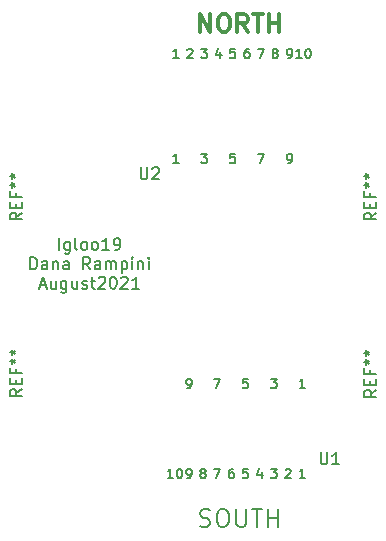
<source format=gbr>
G04 #@! TF.GenerationSoftware,KiCad,Pcbnew,(5.1.0)-1*
G04 #@! TF.CreationDate,2021-08-05T13:01:27-06:00*
G04 #@! TF.ProjectId,_autosave-Igloo19,5f617574-6f73-4617-9665-2d49676c6f6f,rev?*
G04 #@! TF.SameCoordinates,Original*
G04 #@! TF.FileFunction,Legend,Top*
G04 #@! TF.FilePolarity,Positive*
%FSLAX46Y46*%
G04 Gerber Fmt 4.6, Leading zero omitted, Abs format (unit mm)*
G04 Created by KiCad (PCBNEW (5.1.0)-1) date 2021-08-05 13:01:27*
%MOMM*%
%LPD*%
G04 APERTURE LIST*
%ADD10C,0.150000*%
%ADD11C,0.200000*%
%ADD12C,0.300000*%
G04 APERTURE END LIST*
D10*
X163798571Y-73732380D02*
X163798571Y-72732380D01*
X164703333Y-73065714D02*
X164703333Y-73875238D01*
X164655714Y-73970476D01*
X164608095Y-74018095D01*
X164512857Y-74065714D01*
X164370000Y-74065714D01*
X164274761Y-74018095D01*
X164703333Y-73684761D02*
X164608095Y-73732380D01*
X164417619Y-73732380D01*
X164322380Y-73684761D01*
X164274761Y-73637142D01*
X164227142Y-73541904D01*
X164227142Y-73256190D01*
X164274761Y-73160952D01*
X164322380Y-73113333D01*
X164417619Y-73065714D01*
X164608095Y-73065714D01*
X164703333Y-73113333D01*
X165322380Y-73732380D02*
X165227142Y-73684761D01*
X165179523Y-73589523D01*
X165179523Y-72732380D01*
X165846190Y-73732380D02*
X165750952Y-73684761D01*
X165703333Y-73637142D01*
X165655714Y-73541904D01*
X165655714Y-73256190D01*
X165703333Y-73160952D01*
X165750952Y-73113333D01*
X165846190Y-73065714D01*
X165989047Y-73065714D01*
X166084285Y-73113333D01*
X166131904Y-73160952D01*
X166179523Y-73256190D01*
X166179523Y-73541904D01*
X166131904Y-73637142D01*
X166084285Y-73684761D01*
X165989047Y-73732380D01*
X165846190Y-73732380D01*
X166750952Y-73732380D02*
X166655714Y-73684761D01*
X166608095Y-73637142D01*
X166560476Y-73541904D01*
X166560476Y-73256190D01*
X166608095Y-73160952D01*
X166655714Y-73113333D01*
X166750952Y-73065714D01*
X166893809Y-73065714D01*
X166989047Y-73113333D01*
X167036666Y-73160952D01*
X167084285Y-73256190D01*
X167084285Y-73541904D01*
X167036666Y-73637142D01*
X166989047Y-73684761D01*
X166893809Y-73732380D01*
X166750952Y-73732380D01*
X168036666Y-73732380D02*
X167465238Y-73732380D01*
X167750952Y-73732380D02*
X167750952Y-72732380D01*
X167655714Y-72875238D01*
X167560476Y-72970476D01*
X167465238Y-73018095D01*
X168512857Y-73732380D02*
X168703333Y-73732380D01*
X168798571Y-73684761D01*
X168846190Y-73637142D01*
X168941428Y-73494285D01*
X168989047Y-73303809D01*
X168989047Y-72922857D01*
X168941428Y-72827619D01*
X168893809Y-72780000D01*
X168798571Y-72732380D01*
X168608095Y-72732380D01*
X168512857Y-72780000D01*
X168465238Y-72827619D01*
X168417619Y-72922857D01*
X168417619Y-73160952D01*
X168465238Y-73256190D01*
X168512857Y-73303809D01*
X168608095Y-73351428D01*
X168798571Y-73351428D01*
X168893809Y-73303809D01*
X168941428Y-73256190D01*
X168989047Y-73160952D01*
X161370000Y-75382380D02*
X161370000Y-74382380D01*
X161608095Y-74382380D01*
X161750952Y-74430000D01*
X161846190Y-74525238D01*
X161893809Y-74620476D01*
X161941428Y-74810952D01*
X161941428Y-74953809D01*
X161893809Y-75144285D01*
X161846190Y-75239523D01*
X161750952Y-75334761D01*
X161608095Y-75382380D01*
X161370000Y-75382380D01*
X162798571Y-75382380D02*
X162798571Y-74858571D01*
X162750952Y-74763333D01*
X162655714Y-74715714D01*
X162465238Y-74715714D01*
X162370000Y-74763333D01*
X162798571Y-75334761D02*
X162703333Y-75382380D01*
X162465238Y-75382380D01*
X162370000Y-75334761D01*
X162322380Y-75239523D01*
X162322380Y-75144285D01*
X162370000Y-75049047D01*
X162465238Y-75001428D01*
X162703333Y-75001428D01*
X162798571Y-74953809D01*
X163274761Y-74715714D02*
X163274761Y-75382380D01*
X163274761Y-74810952D02*
X163322380Y-74763333D01*
X163417619Y-74715714D01*
X163560476Y-74715714D01*
X163655714Y-74763333D01*
X163703333Y-74858571D01*
X163703333Y-75382380D01*
X164608095Y-75382380D02*
X164608095Y-74858571D01*
X164560476Y-74763333D01*
X164465238Y-74715714D01*
X164274761Y-74715714D01*
X164179523Y-74763333D01*
X164608095Y-75334761D02*
X164512857Y-75382380D01*
X164274761Y-75382380D01*
X164179523Y-75334761D01*
X164131904Y-75239523D01*
X164131904Y-75144285D01*
X164179523Y-75049047D01*
X164274761Y-75001428D01*
X164512857Y-75001428D01*
X164608095Y-74953809D01*
X166417619Y-75382380D02*
X166084285Y-74906190D01*
X165846190Y-75382380D02*
X165846190Y-74382380D01*
X166227142Y-74382380D01*
X166322380Y-74430000D01*
X166370000Y-74477619D01*
X166417619Y-74572857D01*
X166417619Y-74715714D01*
X166370000Y-74810952D01*
X166322380Y-74858571D01*
X166227142Y-74906190D01*
X165846190Y-74906190D01*
X167274761Y-75382380D02*
X167274761Y-74858571D01*
X167227142Y-74763333D01*
X167131904Y-74715714D01*
X166941428Y-74715714D01*
X166846190Y-74763333D01*
X167274761Y-75334761D02*
X167179523Y-75382380D01*
X166941428Y-75382380D01*
X166846190Y-75334761D01*
X166798571Y-75239523D01*
X166798571Y-75144285D01*
X166846190Y-75049047D01*
X166941428Y-75001428D01*
X167179523Y-75001428D01*
X167274761Y-74953809D01*
X167750952Y-75382380D02*
X167750952Y-74715714D01*
X167750952Y-74810952D02*
X167798571Y-74763333D01*
X167893809Y-74715714D01*
X168036666Y-74715714D01*
X168131904Y-74763333D01*
X168179523Y-74858571D01*
X168179523Y-75382380D01*
X168179523Y-74858571D02*
X168227142Y-74763333D01*
X168322380Y-74715714D01*
X168465238Y-74715714D01*
X168560476Y-74763333D01*
X168608095Y-74858571D01*
X168608095Y-75382380D01*
X169084285Y-74715714D02*
X169084285Y-75715714D01*
X169084285Y-74763333D02*
X169179523Y-74715714D01*
X169370000Y-74715714D01*
X169465238Y-74763333D01*
X169512857Y-74810952D01*
X169560476Y-74906190D01*
X169560476Y-75191904D01*
X169512857Y-75287142D01*
X169465238Y-75334761D01*
X169370000Y-75382380D01*
X169179523Y-75382380D01*
X169084285Y-75334761D01*
X169989047Y-75382380D02*
X169989047Y-74715714D01*
X169989047Y-74382380D02*
X169941428Y-74430000D01*
X169989047Y-74477619D01*
X170036666Y-74430000D01*
X169989047Y-74382380D01*
X169989047Y-74477619D01*
X170465238Y-74715714D02*
X170465238Y-75382380D01*
X170465238Y-74810952D02*
X170512857Y-74763333D01*
X170608095Y-74715714D01*
X170750952Y-74715714D01*
X170846190Y-74763333D01*
X170893809Y-74858571D01*
X170893809Y-75382380D01*
X171370000Y-75382380D02*
X171370000Y-74715714D01*
X171370000Y-74382380D02*
X171322380Y-74430000D01*
X171370000Y-74477619D01*
X171417619Y-74430000D01*
X171370000Y-74382380D01*
X171370000Y-74477619D01*
X162179523Y-76746666D02*
X162655714Y-76746666D01*
X162084285Y-77032380D02*
X162417619Y-76032380D01*
X162750952Y-77032380D01*
X163512857Y-76365714D02*
X163512857Y-77032380D01*
X163084285Y-76365714D02*
X163084285Y-76889523D01*
X163131904Y-76984761D01*
X163227142Y-77032380D01*
X163370000Y-77032380D01*
X163465238Y-76984761D01*
X163512857Y-76937142D01*
X164417619Y-76365714D02*
X164417619Y-77175238D01*
X164370000Y-77270476D01*
X164322380Y-77318095D01*
X164227142Y-77365714D01*
X164084285Y-77365714D01*
X163989047Y-77318095D01*
X164417619Y-76984761D02*
X164322380Y-77032380D01*
X164131904Y-77032380D01*
X164036666Y-76984761D01*
X163989047Y-76937142D01*
X163941428Y-76841904D01*
X163941428Y-76556190D01*
X163989047Y-76460952D01*
X164036666Y-76413333D01*
X164131904Y-76365714D01*
X164322380Y-76365714D01*
X164417619Y-76413333D01*
X165322380Y-76365714D02*
X165322380Y-77032380D01*
X164893809Y-76365714D02*
X164893809Y-76889523D01*
X164941428Y-76984761D01*
X165036666Y-77032380D01*
X165179523Y-77032380D01*
X165274761Y-76984761D01*
X165322380Y-76937142D01*
X165750952Y-76984761D02*
X165846190Y-77032380D01*
X166036666Y-77032380D01*
X166131904Y-76984761D01*
X166179523Y-76889523D01*
X166179523Y-76841904D01*
X166131904Y-76746666D01*
X166036666Y-76699047D01*
X165893809Y-76699047D01*
X165798571Y-76651428D01*
X165750952Y-76556190D01*
X165750952Y-76508571D01*
X165798571Y-76413333D01*
X165893809Y-76365714D01*
X166036666Y-76365714D01*
X166131904Y-76413333D01*
X166465238Y-76365714D02*
X166846190Y-76365714D01*
X166608095Y-76032380D02*
X166608095Y-76889523D01*
X166655714Y-76984761D01*
X166750952Y-77032380D01*
X166846190Y-77032380D01*
X167131904Y-76127619D02*
X167179523Y-76080000D01*
X167274761Y-76032380D01*
X167512857Y-76032380D01*
X167608095Y-76080000D01*
X167655714Y-76127619D01*
X167703333Y-76222857D01*
X167703333Y-76318095D01*
X167655714Y-76460952D01*
X167084285Y-77032380D01*
X167703333Y-77032380D01*
X168322380Y-76032380D02*
X168417619Y-76032380D01*
X168512857Y-76080000D01*
X168560476Y-76127619D01*
X168608095Y-76222857D01*
X168655714Y-76413333D01*
X168655714Y-76651428D01*
X168608095Y-76841904D01*
X168560476Y-76937142D01*
X168512857Y-76984761D01*
X168417619Y-77032380D01*
X168322380Y-77032380D01*
X168227142Y-76984761D01*
X168179523Y-76937142D01*
X168131904Y-76841904D01*
X168084285Y-76651428D01*
X168084285Y-76413333D01*
X168131904Y-76222857D01*
X168179523Y-76127619D01*
X168227142Y-76080000D01*
X168322380Y-76032380D01*
X169036666Y-76127619D02*
X169084285Y-76080000D01*
X169179523Y-76032380D01*
X169417619Y-76032380D01*
X169512857Y-76080000D01*
X169560476Y-76127619D01*
X169608095Y-76222857D01*
X169608095Y-76318095D01*
X169560476Y-76460952D01*
X168989047Y-77032380D01*
X169608095Y-77032380D01*
X170560476Y-77032380D02*
X169989047Y-77032380D01*
X170274761Y-77032380D02*
X170274761Y-76032380D01*
X170179523Y-76175238D01*
X170084285Y-76270476D01*
X169989047Y-76318095D01*
X179780476Y-84651904D02*
X179399523Y-84651904D01*
X179361428Y-85032857D01*
X179399523Y-84994761D01*
X179475714Y-84956666D01*
X179666190Y-84956666D01*
X179742380Y-84994761D01*
X179780476Y-85032857D01*
X179818571Y-85109047D01*
X179818571Y-85299523D01*
X179780476Y-85375714D01*
X179742380Y-85413809D01*
X179666190Y-85451904D01*
X179475714Y-85451904D01*
X179399523Y-85413809D01*
X179361428Y-85375714D01*
X184618571Y-85451904D02*
X184161428Y-85451904D01*
X184390000Y-85451904D02*
X184390000Y-84651904D01*
X184313809Y-84766190D01*
X184237619Y-84842380D01*
X184161428Y-84880476D01*
X176923333Y-84651904D02*
X177456666Y-84651904D01*
X177113809Y-85451904D01*
X181723333Y-84651904D02*
X182218571Y-84651904D01*
X181951904Y-84956666D01*
X182066190Y-84956666D01*
X182142380Y-84994761D01*
X182180476Y-85032857D01*
X182218571Y-85109047D01*
X182218571Y-85299523D01*
X182180476Y-85375714D01*
X182142380Y-85413809D01*
X182066190Y-85451904D01*
X181837619Y-85451904D01*
X181761428Y-85413809D01*
X181723333Y-85375714D01*
X174637619Y-85451904D02*
X174790000Y-85451904D01*
X174866190Y-85413809D01*
X174904285Y-85375714D01*
X174980476Y-85261428D01*
X175018571Y-85109047D01*
X175018571Y-84804285D01*
X174980476Y-84728095D01*
X174942380Y-84690000D01*
X174866190Y-84651904D01*
X174713809Y-84651904D01*
X174637619Y-84690000D01*
X174599523Y-84728095D01*
X174561428Y-84804285D01*
X174561428Y-84994761D01*
X174599523Y-85070952D01*
X174637619Y-85109047D01*
X174713809Y-85147142D01*
X174866190Y-85147142D01*
X174942380Y-85109047D01*
X174980476Y-85070952D01*
X175018571Y-84994761D01*
X182961428Y-92348095D02*
X182999523Y-92310000D01*
X183075714Y-92271904D01*
X183266190Y-92271904D01*
X183342380Y-92310000D01*
X183380476Y-92348095D01*
X183418571Y-92424285D01*
X183418571Y-92500476D01*
X183380476Y-92614761D01*
X182923333Y-93071904D01*
X183418571Y-93071904D01*
X180942380Y-92538571D02*
X180942380Y-93071904D01*
X180751904Y-92233809D02*
X180561428Y-92805238D01*
X181056666Y-92805238D01*
X176923333Y-92271904D02*
X177456666Y-92271904D01*
X177113809Y-93071904D01*
X175913809Y-92614761D02*
X175837619Y-92576666D01*
X175799523Y-92538571D01*
X175761428Y-92462380D01*
X175761428Y-92424285D01*
X175799523Y-92348095D01*
X175837619Y-92310000D01*
X175913809Y-92271904D01*
X176066190Y-92271904D01*
X176142380Y-92310000D01*
X176180476Y-92348095D01*
X176218571Y-92424285D01*
X176218571Y-92462380D01*
X176180476Y-92538571D01*
X176142380Y-92576666D01*
X176066190Y-92614761D01*
X175913809Y-92614761D01*
X175837619Y-92652857D01*
X175799523Y-92690952D01*
X175761428Y-92767142D01*
X175761428Y-92919523D01*
X175799523Y-92995714D01*
X175837619Y-93033809D01*
X175913809Y-93071904D01*
X176066190Y-93071904D01*
X176142380Y-93033809D01*
X176180476Y-92995714D01*
X176218571Y-92919523D01*
X176218571Y-92767142D01*
X176180476Y-92690952D01*
X176142380Y-92652857D01*
X176066190Y-92614761D01*
X178542380Y-92271904D02*
X178390000Y-92271904D01*
X178313809Y-92310000D01*
X178275714Y-92348095D01*
X178199523Y-92462380D01*
X178161428Y-92614761D01*
X178161428Y-92919523D01*
X178199523Y-92995714D01*
X178237619Y-93033809D01*
X178313809Y-93071904D01*
X178466190Y-93071904D01*
X178542380Y-93033809D01*
X178580476Y-92995714D01*
X178618571Y-92919523D01*
X178618571Y-92729047D01*
X178580476Y-92652857D01*
X178542380Y-92614761D01*
X178466190Y-92576666D01*
X178313809Y-92576666D01*
X178237619Y-92614761D01*
X178199523Y-92652857D01*
X178161428Y-92729047D01*
X179780476Y-92271904D02*
X179399523Y-92271904D01*
X179361428Y-92652857D01*
X179399523Y-92614761D01*
X179475714Y-92576666D01*
X179666190Y-92576666D01*
X179742380Y-92614761D01*
X179780476Y-92652857D01*
X179818571Y-92729047D01*
X179818571Y-92919523D01*
X179780476Y-92995714D01*
X179742380Y-93033809D01*
X179666190Y-93071904D01*
X179475714Y-93071904D01*
X179399523Y-93033809D01*
X179361428Y-92995714D01*
X173437619Y-93071904D02*
X172980476Y-93071904D01*
X173209047Y-93071904D02*
X173209047Y-92271904D01*
X173132857Y-92386190D01*
X173056666Y-92462380D01*
X172980476Y-92500476D01*
X173932857Y-92271904D02*
X174009047Y-92271904D01*
X174085238Y-92310000D01*
X174123333Y-92348095D01*
X174161428Y-92424285D01*
X174199523Y-92576666D01*
X174199523Y-92767142D01*
X174161428Y-92919523D01*
X174123333Y-92995714D01*
X174085238Y-93033809D01*
X174009047Y-93071904D01*
X173932857Y-93071904D01*
X173856666Y-93033809D01*
X173818571Y-92995714D01*
X173780476Y-92919523D01*
X173742380Y-92767142D01*
X173742380Y-92576666D01*
X173780476Y-92424285D01*
X173818571Y-92348095D01*
X173856666Y-92310000D01*
X173932857Y-92271904D01*
X181723333Y-92271904D02*
X182218571Y-92271904D01*
X181951904Y-92576666D01*
X182066190Y-92576666D01*
X182142380Y-92614761D01*
X182180476Y-92652857D01*
X182218571Y-92729047D01*
X182218571Y-92919523D01*
X182180476Y-92995714D01*
X182142380Y-93033809D01*
X182066190Y-93071904D01*
X181837619Y-93071904D01*
X181761428Y-93033809D01*
X181723333Y-92995714D01*
X184618571Y-93071904D02*
X184161428Y-93071904D01*
X184390000Y-93071904D02*
X184390000Y-92271904D01*
X184313809Y-92386190D01*
X184237619Y-92462380D01*
X184161428Y-92500476D01*
X174637619Y-93071904D02*
X174790000Y-93071904D01*
X174866190Y-93033809D01*
X174904285Y-92995714D01*
X174980476Y-92881428D01*
X175018571Y-92729047D01*
X175018571Y-92424285D01*
X174980476Y-92348095D01*
X174942380Y-92310000D01*
X174866190Y-92271904D01*
X174713809Y-92271904D01*
X174637619Y-92310000D01*
X174599523Y-92348095D01*
X174561428Y-92424285D01*
X174561428Y-92614761D01*
X174599523Y-92690952D01*
X174637619Y-92729047D01*
X174713809Y-92767142D01*
X174866190Y-92767142D01*
X174942380Y-92729047D01*
X174980476Y-92690952D01*
X175018571Y-92614761D01*
X183137619Y-66401904D02*
X183290000Y-66401904D01*
X183366190Y-66363809D01*
X183404285Y-66325714D01*
X183480476Y-66211428D01*
X183518571Y-66059047D01*
X183518571Y-65754285D01*
X183480476Y-65678095D01*
X183442380Y-65640000D01*
X183366190Y-65601904D01*
X183213809Y-65601904D01*
X183137619Y-65640000D01*
X183099523Y-65678095D01*
X183061428Y-65754285D01*
X183061428Y-65944761D01*
X183099523Y-66020952D01*
X183137619Y-66059047D01*
X183213809Y-66097142D01*
X183366190Y-66097142D01*
X183442380Y-66059047D01*
X183480476Y-66020952D01*
X183518571Y-65944761D01*
X180623333Y-65601904D02*
X181156666Y-65601904D01*
X180813809Y-66401904D01*
X175823333Y-65601904D02*
X176318571Y-65601904D01*
X176051904Y-65906666D01*
X176166190Y-65906666D01*
X176242380Y-65944761D01*
X176280476Y-65982857D01*
X176318571Y-66059047D01*
X176318571Y-66249523D01*
X176280476Y-66325714D01*
X176242380Y-66363809D01*
X176166190Y-66401904D01*
X175937619Y-66401904D01*
X175861428Y-66363809D01*
X175823333Y-66325714D01*
X178680476Y-65601904D02*
X178299523Y-65601904D01*
X178261428Y-65982857D01*
X178299523Y-65944761D01*
X178375714Y-65906666D01*
X178566190Y-65906666D01*
X178642380Y-65944761D01*
X178680476Y-65982857D01*
X178718571Y-66059047D01*
X178718571Y-66249523D01*
X178680476Y-66325714D01*
X178642380Y-66363809D01*
X178566190Y-66401904D01*
X178375714Y-66401904D01*
X178299523Y-66363809D01*
X178261428Y-66325714D01*
X173918571Y-66401904D02*
X173461428Y-66401904D01*
X173690000Y-66401904D02*
X173690000Y-65601904D01*
X173613809Y-65716190D01*
X173537619Y-65792380D01*
X173461428Y-65830476D01*
X184337619Y-57511904D02*
X183880476Y-57511904D01*
X184109047Y-57511904D02*
X184109047Y-56711904D01*
X184032857Y-56826190D01*
X183956666Y-56902380D01*
X183880476Y-56940476D01*
X184832857Y-56711904D02*
X184909047Y-56711904D01*
X184985238Y-56750000D01*
X185023333Y-56788095D01*
X185061428Y-56864285D01*
X185099523Y-57016666D01*
X185099523Y-57207142D01*
X185061428Y-57359523D01*
X185023333Y-57435714D01*
X184985238Y-57473809D01*
X184909047Y-57511904D01*
X184832857Y-57511904D01*
X184756666Y-57473809D01*
X184718571Y-57435714D01*
X184680476Y-57359523D01*
X184642380Y-57207142D01*
X184642380Y-57016666D01*
X184680476Y-56864285D01*
X184718571Y-56788095D01*
X184756666Y-56750000D01*
X184832857Y-56711904D01*
X183137619Y-57511904D02*
X183290000Y-57511904D01*
X183366190Y-57473809D01*
X183404285Y-57435714D01*
X183480476Y-57321428D01*
X183518571Y-57169047D01*
X183518571Y-56864285D01*
X183480476Y-56788095D01*
X183442380Y-56750000D01*
X183366190Y-56711904D01*
X183213809Y-56711904D01*
X183137619Y-56750000D01*
X183099523Y-56788095D01*
X183061428Y-56864285D01*
X183061428Y-57054761D01*
X183099523Y-57130952D01*
X183137619Y-57169047D01*
X183213809Y-57207142D01*
X183366190Y-57207142D01*
X183442380Y-57169047D01*
X183480476Y-57130952D01*
X183518571Y-57054761D01*
X182013809Y-57054761D02*
X181937619Y-57016666D01*
X181899523Y-56978571D01*
X181861428Y-56902380D01*
X181861428Y-56864285D01*
X181899523Y-56788095D01*
X181937619Y-56750000D01*
X182013809Y-56711904D01*
X182166190Y-56711904D01*
X182242380Y-56750000D01*
X182280476Y-56788095D01*
X182318571Y-56864285D01*
X182318571Y-56902380D01*
X182280476Y-56978571D01*
X182242380Y-57016666D01*
X182166190Y-57054761D01*
X182013809Y-57054761D01*
X181937619Y-57092857D01*
X181899523Y-57130952D01*
X181861428Y-57207142D01*
X181861428Y-57359523D01*
X181899523Y-57435714D01*
X181937619Y-57473809D01*
X182013809Y-57511904D01*
X182166190Y-57511904D01*
X182242380Y-57473809D01*
X182280476Y-57435714D01*
X182318571Y-57359523D01*
X182318571Y-57207142D01*
X182280476Y-57130952D01*
X182242380Y-57092857D01*
X182166190Y-57054761D01*
X180623333Y-56711904D02*
X181156666Y-56711904D01*
X180813809Y-57511904D01*
X179842380Y-56711904D02*
X179690000Y-56711904D01*
X179613809Y-56750000D01*
X179575714Y-56788095D01*
X179499523Y-56902380D01*
X179461428Y-57054761D01*
X179461428Y-57359523D01*
X179499523Y-57435714D01*
X179537619Y-57473809D01*
X179613809Y-57511904D01*
X179766190Y-57511904D01*
X179842380Y-57473809D01*
X179880476Y-57435714D01*
X179918571Y-57359523D01*
X179918571Y-57169047D01*
X179880476Y-57092857D01*
X179842380Y-57054761D01*
X179766190Y-57016666D01*
X179613809Y-57016666D01*
X179537619Y-57054761D01*
X179499523Y-57092857D01*
X179461428Y-57169047D01*
X178680476Y-56711904D02*
X178299523Y-56711904D01*
X178261428Y-57092857D01*
X178299523Y-57054761D01*
X178375714Y-57016666D01*
X178566190Y-57016666D01*
X178642380Y-57054761D01*
X178680476Y-57092857D01*
X178718571Y-57169047D01*
X178718571Y-57359523D01*
X178680476Y-57435714D01*
X178642380Y-57473809D01*
X178566190Y-57511904D01*
X178375714Y-57511904D01*
X178299523Y-57473809D01*
X178261428Y-57435714D01*
X177442380Y-56978571D02*
X177442380Y-57511904D01*
X177251904Y-56673809D02*
X177061428Y-57245238D01*
X177556666Y-57245238D01*
X175823333Y-56711904D02*
X176318571Y-56711904D01*
X176051904Y-57016666D01*
X176166190Y-57016666D01*
X176242380Y-57054761D01*
X176280476Y-57092857D01*
X176318571Y-57169047D01*
X176318571Y-57359523D01*
X176280476Y-57435714D01*
X176242380Y-57473809D01*
X176166190Y-57511904D01*
X175937619Y-57511904D01*
X175861428Y-57473809D01*
X175823333Y-57435714D01*
X174661428Y-56788095D02*
X174699523Y-56750000D01*
X174775714Y-56711904D01*
X174966190Y-56711904D01*
X175042380Y-56750000D01*
X175080476Y-56788095D01*
X175118571Y-56864285D01*
X175118571Y-56940476D01*
X175080476Y-57054761D01*
X174623333Y-57511904D01*
X175118571Y-57511904D01*
X173918571Y-57511904D02*
X173461428Y-57511904D01*
X173690000Y-57511904D02*
X173690000Y-56711904D01*
X173613809Y-56826190D01*
X173537619Y-56902380D01*
X173461428Y-56940476D01*
D11*
X175712857Y-97127142D02*
X175927142Y-97198571D01*
X176284285Y-97198571D01*
X176427142Y-97127142D01*
X176498571Y-97055714D01*
X176570000Y-96912857D01*
X176570000Y-96770000D01*
X176498571Y-96627142D01*
X176427142Y-96555714D01*
X176284285Y-96484285D01*
X175998571Y-96412857D01*
X175855714Y-96341428D01*
X175784285Y-96270000D01*
X175712857Y-96127142D01*
X175712857Y-95984285D01*
X175784285Y-95841428D01*
X175855714Y-95770000D01*
X175998571Y-95698571D01*
X176355714Y-95698571D01*
X176570000Y-95770000D01*
X177498571Y-95698571D02*
X177784285Y-95698571D01*
X177927142Y-95770000D01*
X178070000Y-95912857D01*
X178141428Y-96198571D01*
X178141428Y-96698571D01*
X178070000Y-96984285D01*
X177927142Y-97127142D01*
X177784285Y-97198571D01*
X177498571Y-97198571D01*
X177355714Y-97127142D01*
X177212857Y-96984285D01*
X177141428Y-96698571D01*
X177141428Y-96198571D01*
X177212857Y-95912857D01*
X177355714Y-95770000D01*
X177498571Y-95698571D01*
X178784285Y-95698571D02*
X178784285Y-96912857D01*
X178855714Y-97055714D01*
X178927142Y-97127142D01*
X179070000Y-97198571D01*
X179355714Y-97198571D01*
X179498571Y-97127142D01*
X179570000Y-97055714D01*
X179641428Y-96912857D01*
X179641428Y-95698571D01*
X180141428Y-95698571D02*
X180998571Y-95698571D01*
X180570000Y-97198571D02*
X180570000Y-95698571D01*
X181498571Y-97198571D02*
X181498571Y-95698571D01*
X181498571Y-96412857D02*
X182355714Y-96412857D01*
X182355714Y-97198571D02*
X182355714Y-95698571D01*
D12*
X175748571Y-55288571D02*
X175748571Y-53788571D01*
X176605714Y-55288571D01*
X176605714Y-53788571D01*
X177605714Y-53788571D02*
X177891428Y-53788571D01*
X178034285Y-53860000D01*
X178177142Y-54002857D01*
X178248571Y-54288571D01*
X178248571Y-54788571D01*
X178177142Y-55074285D01*
X178034285Y-55217142D01*
X177891428Y-55288571D01*
X177605714Y-55288571D01*
X177462857Y-55217142D01*
X177320000Y-55074285D01*
X177248571Y-54788571D01*
X177248571Y-54288571D01*
X177320000Y-54002857D01*
X177462857Y-53860000D01*
X177605714Y-53788571D01*
X179748571Y-55288571D02*
X179248571Y-54574285D01*
X178891428Y-55288571D02*
X178891428Y-53788571D01*
X179462857Y-53788571D01*
X179605714Y-53860000D01*
X179677142Y-53931428D01*
X179748571Y-54074285D01*
X179748571Y-54288571D01*
X179677142Y-54431428D01*
X179605714Y-54502857D01*
X179462857Y-54574285D01*
X178891428Y-54574285D01*
X180177142Y-53788571D02*
X181034285Y-53788571D01*
X180605714Y-55288571D02*
X180605714Y-53788571D01*
X181534285Y-55288571D02*
X181534285Y-53788571D01*
X181534285Y-54502857D02*
X182391428Y-54502857D01*
X182391428Y-55288571D02*
X182391428Y-53788571D01*
D10*
X190642380Y-70593333D02*
X190166190Y-70926666D01*
X190642380Y-71164761D02*
X189642380Y-71164761D01*
X189642380Y-70783809D01*
X189690000Y-70688571D01*
X189737619Y-70640952D01*
X189832857Y-70593333D01*
X189975714Y-70593333D01*
X190070952Y-70640952D01*
X190118571Y-70688571D01*
X190166190Y-70783809D01*
X190166190Y-71164761D01*
X190118571Y-70164761D02*
X190118571Y-69831428D01*
X190642380Y-69688571D02*
X190642380Y-70164761D01*
X189642380Y-70164761D01*
X189642380Y-69688571D01*
X190118571Y-68926666D02*
X190118571Y-69260000D01*
X190642380Y-69260000D02*
X189642380Y-69260000D01*
X189642380Y-68783809D01*
X189642380Y-68260000D02*
X189880476Y-68260000D01*
X189785238Y-68498095D02*
X189880476Y-68260000D01*
X189785238Y-68021904D01*
X190070952Y-68402857D02*
X189880476Y-68260000D01*
X190070952Y-68117142D01*
X189642380Y-67498095D02*
X189880476Y-67498095D01*
X189785238Y-67736190D02*
X189880476Y-67498095D01*
X189785238Y-67260000D01*
X190070952Y-67640952D02*
X189880476Y-67498095D01*
X190070952Y-67355238D01*
X190642380Y-85593333D02*
X190166190Y-85926666D01*
X190642380Y-86164761D02*
X189642380Y-86164761D01*
X189642380Y-85783809D01*
X189690000Y-85688571D01*
X189737619Y-85640952D01*
X189832857Y-85593333D01*
X189975714Y-85593333D01*
X190070952Y-85640952D01*
X190118571Y-85688571D01*
X190166190Y-85783809D01*
X190166190Y-86164761D01*
X190118571Y-85164761D02*
X190118571Y-84831428D01*
X190642380Y-84688571D02*
X190642380Y-85164761D01*
X189642380Y-85164761D01*
X189642380Y-84688571D01*
X190118571Y-83926666D02*
X190118571Y-84260000D01*
X190642380Y-84260000D02*
X189642380Y-84260000D01*
X189642380Y-83783809D01*
X189642380Y-83260000D02*
X189880476Y-83260000D01*
X189785238Y-83498095D02*
X189880476Y-83260000D01*
X189785238Y-83021904D01*
X190070952Y-83402857D02*
X189880476Y-83260000D01*
X190070952Y-83117142D01*
X189642380Y-82498095D02*
X189880476Y-82498095D01*
X189785238Y-82736190D02*
X189880476Y-82498095D01*
X189785238Y-82260000D01*
X190070952Y-82640952D02*
X189880476Y-82498095D01*
X190070952Y-82355238D01*
X160642380Y-70593333D02*
X160166190Y-70926666D01*
X160642380Y-71164761D02*
X159642380Y-71164761D01*
X159642380Y-70783809D01*
X159690000Y-70688571D01*
X159737619Y-70640952D01*
X159832857Y-70593333D01*
X159975714Y-70593333D01*
X160070952Y-70640952D01*
X160118571Y-70688571D01*
X160166190Y-70783809D01*
X160166190Y-71164761D01*
X160118571Y-70164761D02*
X160118571Y-69831428D01*
X160642380Y-69688571D02*
X160642380Y-70164761D01*
X159642380Y-70164761D01*
X159642380Y-69688571D01*
X160118571Y-68926666D02*
X160118571Y-69260000D01*
X160642380Y-69260000D02*
X159642380Y-69260000D01*
X159642380Y-68783809D01*
X159642380Y-68260000D02*
X159880476Y-68260000D01*
X159785238Y-68498095D02*
X159880476Y-68260000D01*
X159785238Y-68021904D01*
X160070952Y-68402857D02*
X159880476Y-68260000D01*
X160070952Y-68117142D01*
X159642380Y-67498095D02*
X159880476Y-67498095D01*
X159785238Y-67736190D02*
X159880476Y-67498095D01*
X159785238Y-67260000D01*
X160070952Y-67640952D02*
X159880476Y-67498095D01*
X160070952Y-67355238D01*
X160642380Y-85523333D02*
X160166190Y-85856666D01*
X160642380Y-86094761D02*
X159642380Y-86094761D01*
X159642380Y-85713809D01*
X159690000Y-85618571D01*
X159737619Y-85570952D01*
X159832857Y-85523333D01*
X159975714Y-85523333D01*
X160070952Y-85570952D01*
X160118571Y-85618571D01*
X160166190Y-85713809D01*
X160166190Y-86094761D01*
X160118571Y-85094761D02*
X160118571Y-84761428D01*
X160642380Y-84618571D02*
X160642380Y-85094761D01*
X159642380Y-85094761D01*
X159642380Y-84618571D01*
X160118571Y-83856666D02*
X160118571Y-84190000D01*
X160642380Y-84190000D02*
X159642380Y-84190000D01*
X159642380Y-83713809D01*
X159642380Y-83190000D02*
X159880476Y-83190000D01*
X159785238Y-83428095D02*
X159880476Y-83190000D01*
X159785238Y-82951904D01*
X160070952Y-83332857D02*
X159880476Y-83190000D01*
X160070952Y-83047142D01*
X159642380Y-82428095D02*
X159880476Y-82428095D01*
X159785238Y-82666190D02*
X159880476Y-82428095D01*
X159785238Y-82190000D01*
X160070952Y-82570952D02*
X159880476Y-82428095D01*
X160070952Y-82285238D01*
X170688095Y-66762380D02*
X170688095Y-67571904D01*
X170735714Y-67667142D01*
X170783333Y-67714761D01*
X170878571Y-67762380D01*
X171069047Y-67762380D01*
X171164285Y-67714761D01*
X171211904Y-67667142D01*
X171259523Y-67571904D01*
X171259523Y-66762380D01*
X171688095Y-66857619D02*
X171735714Y-66810000D01*
X171830952Y-66762380D01*
X172069047Y-66762380D01*
X172164285Y-66810000D01*
X172211904Y-66857619D01*
X172259523Y-66952857D01*
X172259523Y-67048095D01*
X172211904Y-67190952D01*
X171640476Y-67762380D01*
X172259523Y-67762380D01*
X185928095Y-90892380D02*
X185928095Y-91701904D01*
X185975714Y-91797142D01*
X186023333Y-91844761D01*
X186118571Y-91892380D01*
X186309047Y-91892380D01*
X186404285Y-91844761D01*
X186451904Y-91797142D01*
X186499523Y-91701904D01*
X186499523Y-90892380D01*
X187499523Y-91892380D02*
X186928095Y-91892380D01*
X187213809Y-91892380D02*
X187213809Y-90892380D01*
X187118571Y-91035238D01*
X187023333Y-91130476D01*
X186928095Y-91178095D01*
M02*

</source>
